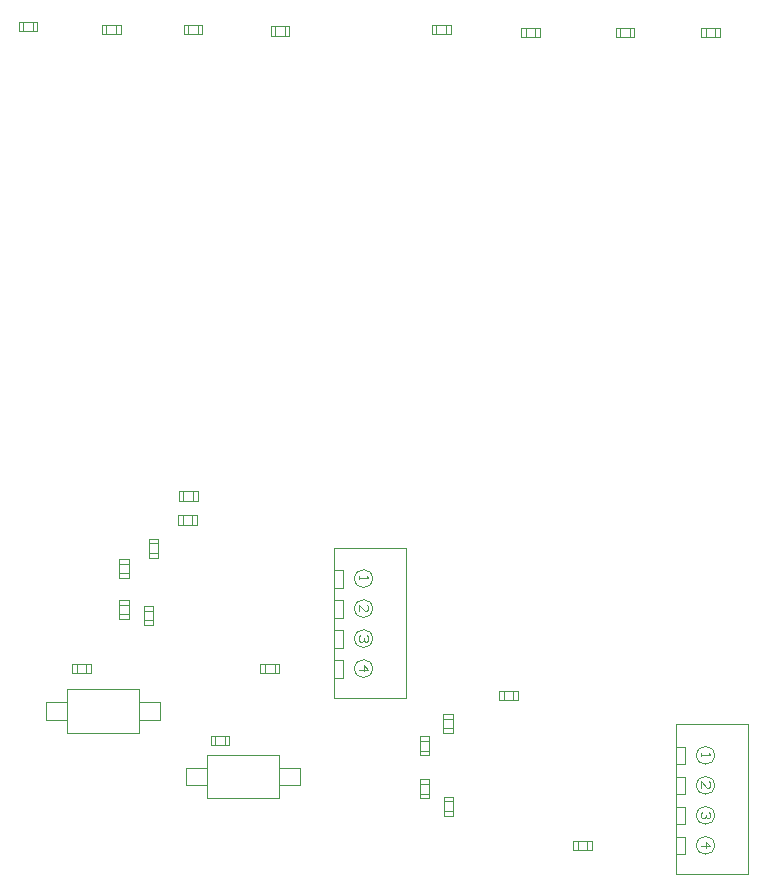
<source format=gm1>
G04*
G04 #@! TF.GenerationSoftware,Altium Limited,Altium Designer,21.9.2 (33)*
G04*
G04 Layer_Color=16711935*
%FSTAX24Y24*%
%MOIN*%
G70*
G04*
G04 #@! TF.SameCoordinates,8777FA3C-9CA2-4F10-8BE3-E232CA162E6C*
G04*
G04*
G04 #@! TF.FilePolarity,Positive*
G04*
G01*
G75*
%ADD102C,0.0020*%
D102*
X04175Y0203D02*
G03*
X04175Y0203I-0003J0D01*
G01*
Y0213D02*
G03*
X04175Y0213I-0003J0D01*
G01*
Y0223D02*
G03*
X04175Y0223I-0003J0D01*
G01*
Y0233D02*
G03*
X04175Y0233I-0003J0D01*
G01*
X03035Y02619D02*
G03*
X03035Y02619I-0003J0D01*
G01*
Y02719D02*
G03*
X03035Y02719I-0003J0D01*
G01*
Y02819D02*
G03*
X03035Y02819I-0003J0D01*
G01*
Y02919D02*
G03*
X03035Y02919I-0003J0D01*
G01*
X027231Y021868D02*
Y023324D01*
X024829D02*
X027231D01*
X024829Y021868D02*
Y023324D01*
Y021868D02*
X027231D01*
X02792Y022301D02*
Y022891D01*
X027231Y022301D02*
X02792D01*
X027231Y022891D02*
X02792D01*
X02414Y022301D02*
X024829D01*
X02414Y022891D02*
X024829D01*
X02414Y022301D02*
Y022891D01*
X021913Y028322D02*
X022227D01*
X021913Y028007D02*
X022227D01*
Y02785D02*
Y02848D01*
X021913D02*
X022227D01*
X021913Y02785D02*
Y02848D01*
Y02785D02*
X022227D01*
X040462Y020587D02*
X040775D01*
Y019997D02*
Y020587D01*
X040462Y019997D02*
X040775D01*
X040462Y020997D02*
X040775D01*
Y021587D01*
X040462D02*
X040775D01*
X040466Y022997D02*
X040775D01*
Y023587D01*
X04047D02*
X040775D01*
X040462Y022587D02*
X040775D01*
Y021997D02*
Y022587D01*
X040466Y021997D02*
X040775D01*
X040462Y019332D02*
X042862D01*
X040462Y024332D02*
X042862D01*
X040462Y019332D02*
Y024332D01*
X042862Y019332D02*
Y024332D01*
X032723Y021761D02*
X033037D01*
X032723Y021446D02*
X033037D01*
Y021289D02*
Y021919D01*
X032723D02*
X033037D01*
X032723Y021289D02*
Y021919D01*
Y021289D02*
X033037D01*
X03295Y047343D02*
Y047657D01*
X03232D02*
X03295D01*
X03232Y047343D02*
Y047657D01*
Y047343D02*
X03295D01*
X032792D02*
Y047657D01*
X032477Y047343D02*
Y047657D01*
X03593Y047243D02*
Y047557D01*
X0353D02*
X03593D01*
X0353Y047243D02*
Y047557D01*
Y047243D02*
X03593D01*
X035773D02*
Y047557D01*
X035458Y047243D02*
Y047557D01*
X03908Y047243D02*
Y047557D01*
X03845D02*
X03908D01*
X03845Y047243D02*
Y047557D01*
Y047243D02*
X03908D01*
X038923D02*
Y047557D01*
X038608Y047243D02*
Y047557D01*
X04193Y047243D02*
Y047557D01*
X0413D02*
X04193D01*
X0413Y047243D02*
Y047557D01*
Y047243D02*
X04193D01*
X041773D02*
Y047557D01*
X041458Y047243D02*
Y047557D01*
X02405Y047343D02*
Y047657D01*
Y047343D02*
X02468D01*
Y047657D01*
X02405D02*
X02468D01*
X024208Y047343D02*
Y047657D01*
X024523Y047343D02*
Y047657D01*
X02132Y047343D02*
Y047657D01*
Y047343D02*
X02195D01*
Y047657D01*
X02132D02*
X02195D01*
X021477Y047343D02*
Y047657D01*
X021792Y047343D02*
Y047657D01*
X02695Y047293D02*
Y047607D01*
Y047293D02*
X02758D01*
Y047607D01*
X02695D02*
X02758D01*
X027108Y047293D02*
Y047607D01*
X027423Y047293D02*
Y047607D01*
X01855Y047443D02*
Y047757D01*
Y047443D02*
X01918D01*
Y047757D01*
X01855D02*
X01918D01*
X018708Y047443D02*
Y047757D01*
X019023Y047443D02*
Y047757D01*
X025108Y023633D02*
Y023947D01*
X025423Y023633D02*
Y023947D01*
X02495D02*
X02558D01*
X02495Y023633D02*
Y023947D01*
Y023633D02*
X02558D01*
Y023947D01*
X037197Y020143D02*
Y020457D01*
X037512Y020143D02*
Y020457D01*
X03704D02*
X03767D01*
X03704Y020143D02*
Y020457D01*
Y020143D02*
X03767D01*
Y020457D01*
X032703Y024197D02*
X033017D01*
X032703Y024512D02*
X033017D01*
X032703Y02404D02*
Y02467D01*
Y02404D02*
X033017D01*
Y02467D01*
X032703D02*
X033017D01*
X03457Y025143D02*
Y025457D01*
X0352D01*
Y025143D02*
Y025457D01*
X03457Y025143D02*
X0352D01*
X034728D02*
Y025457D01*
X035043Y025143D02*
Y025457D01*
X031933Y022342D02*
X032247D01*
X031933Y022027D02*
X032247D01*
Y02187D02*
Y0225D01*
X031933D02*
X032247D01*
X031933Y02187D02*
Y0225D01*
Y02187D02*
X032247D01*
X031933Y023458D02*
X032247D01*
X031933Y023773D02*
X032247D01*
X031933Y0233D02*
Y02393D01*
Y0233D02*
X032247D01*
Y02393D01*
X031933D02*
X032247D01*
X024363Y031783D02*
Y032097D01*
X024048Y031783D02*
Y032097D01*
X02389Y031783D02*
X02452D01*
Y032097D01*
X02389D02*
X02452D01*
X02389Y031783D02*
Y032097D01*
X029062Y026477D02*
X029375D01*
Y025887D02*
Y026477D01*
X029062Y025887D02*
X029375D01*
X029062Y026887D02*
X029375D01*
Y027477D01*
X029062D02*
X029375D01*
X029066Y028887D02*
X029375D01*
Y029477D01*
X02907D02*
X029375D01*
X029062Y028477D02*
X029375D01*
Y027887D02*
Y028477D01*
X029066Y027887D02*
X029375D01*
X029062Y025222D02*
X031462D01*
X029062Y030222D02*
X031462D01*
X029062Y025222D02*
Y030222D01*
X031462Y025222D02*
Y030222D01*
X02097Y026033D02*
Y026347D01*
X02034Y026033D02*
X02097D01*
X02034D02*
Y026347D01*
X02097D01*
X020812Y026033D02*
Y026347D01*
X020497Y026033D02*
Y026347D01*
X022723Y02764D02*
X023037D01*
X022723D02*
Y02827D01*
X023037D01*
Y02764D02*
Y02827D01*
X022723Y027798D02*
X023037D01*
X022723Y028113D02*
X023037D01*
X02386Y030983D02*
Y031297D01*
X02449D01*
Y030983D02*
Y031297D01*
X02386Y030983D02*
X02449D01*
X024017D02*
Y031297D01*
X024332Y030983D02*
Y031297D01*
X022883Y02989D02*
X023197D01*
X022883D02*
Y03052D01*
X023197D01*
Y02989D02*
Y03052D01*
X022883Y030048D02*
X023197D01*
X022883Y030363D02*
X023197D01*
X02724Y026033D02*
Y026347D01*
X02661Y026033D02*
X02724D01*
X02661D02*
Y026347D01*
X02724D01*
X027082Y026033D02*
Y026347D01*
X026767Y026033D02*
Y026347D01*
X021913Y02985D02*
X022227D01*
Y02922D02*
Y02985D01*
X021913Y02922D02*
X022227D01*
X021913D02*
Y02985D01*
Y029692D02*
X022227D01*
X021913Y029377D02*
X022227D01*
X022571Y024058D02*
Y025514D01*
X020169D02*
X022571D01*
X020169Y024058D02*
Y025514D01*
Y024058D02*
X022571D01*
X02326Y024491D02*
Y025081D01*
X022571Y024491D02*
X02326D01*
X022571Y025081D02*
X02326D01*
X01948Y024491D02*
X020169D01*
X01948Y025081D02*
X020169D01*
X01948Y024491D02*
Y025081D01*
X041293Y023379D02*
Y023274D01*
Y023326D01*
X041607D01*
X041555Y023379D01*
X041293Y022224D02*
Y022434D01*
X041502Y022224D01*
X041555D01*
X041607Y022276D01*
Y022381D01*
X041555Y022434D01*
Y02141D02*
X041607Y021358D01*
Y021253D01*
X041555Y0212D01*
X041502D01*
X04145Y021253D01*
Y021305D01*
Y021253D01*
X041397Y0212D01*
X041345D01*
X041293Y021253D01*
Y021358D01*
X041345Y02141D01*
X041293Y020269D02*
X041607D01*
X04145Y020426D01*
Y020216D01*
X029893Y029269D02*
Y029164D01*
Y029216D01*
X030207D01*
X030155Y029269D01*
X029893Y028114D02*
Y028324D01*
X030102Y028114D01*
X030155D01*
X030207Y028166D01*
Y028271D01*
X030155Y028324D01*
Y0273D02*
X030207Y027248D01*
Y027143D01*
X030155Y02709D01*
X030102D01*
X03005Y027143D01*
Y027195D01*
Y027143D01*
X029997Y02709D01*
X029945D01*
X029893Y027143D01*
Y027248D01*
X029945Y0273D01*
X029893Y026159D02*
X030207D01*
X03005Y026316D01*
Y026106D01*
M02*

</source>
